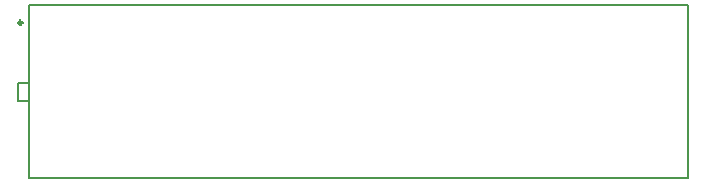
<source format=gbr>
%TF.GenerationSoftware,KiCad,Pcbnew,(6.0.8)*%
%TF.CreationDate,2022-12-05T17:54:35+01:00*%
%TF.ProjectId,FMC-HPC-BRK,464d432d-4850-4432-9d42-524b2e6b6963,rev?*%
%TF.SameCoordinates,Original*%
%TF.FileFunction,AssemblyDrawing,Bot*%
%FSLAX46Y46*%
G04 Gerber Fmt 4.6, Leading zero omitted, Abs format (unit mm)*
G04 Created by KiCad (PCBNEW (6.0.8)) date 2022-12-05 17:54:35*
%MOMM*%
%LPD*%
G01*
G04 APERTURE LIST*
%ADD10C,0.300000*%
%ADD11C,0.200000*%
G04 APERTURE END LIST*
D10*
%TO.C,J1*%
X104685000Y-30980000D02*
G75*
G03*
X104685000Y-30980000I-150000J0D01*
G01*
D11*
X105255000Y-36070000D02*
X104365000Y-36070000D01*
X104365000Y-36070000D02*
X104365000Y-37590000D01*
X105255000Y-37590000D02*
X105255000Y-44170000D01*
X104365000Y-37590000D02*
X105255000Y-37590000D01*
X105255000Y-29490000D02*
X105255000Y-36070000D01*
X161035000Y-44170000D02*
X161035000Y-29490000D01*
X105255000Y-36070000D02*
X105255000Y-37590000D01*
X105255000Y-44170000D02*
X161035000Y-44170000D01*
X161035000Y-29490000D02*
X105255000Y-29490000D01*
%TD*%
M02*

</source>
